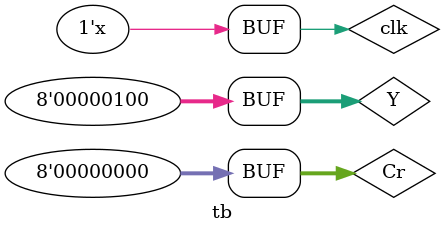
<source format=sv>
`timescale 1ns / 1ns

module tb;
	reg clk;
	reg [7:0] Y;
	reg [7:0] Cr;

	wire [15:0] result;

	transcr uut(
		.clk(clk),
		.Y(Y),
		.Cr(Cr),
		.result(result)
		);

	initial begin
		clk = 1'b0;
		Y = 8'h00;
		Cr = 8'h00;
		#100;
	end 
	
	always begin
		#1 clk <= ~clk;
	end

	always begin 
		#10 Y <= 8'h01;
		#10 Y <= 8'h02;
		#10 Y <= 8'h03;
		#10 Y <= 8'h04;
	end

endmodule
</source>
